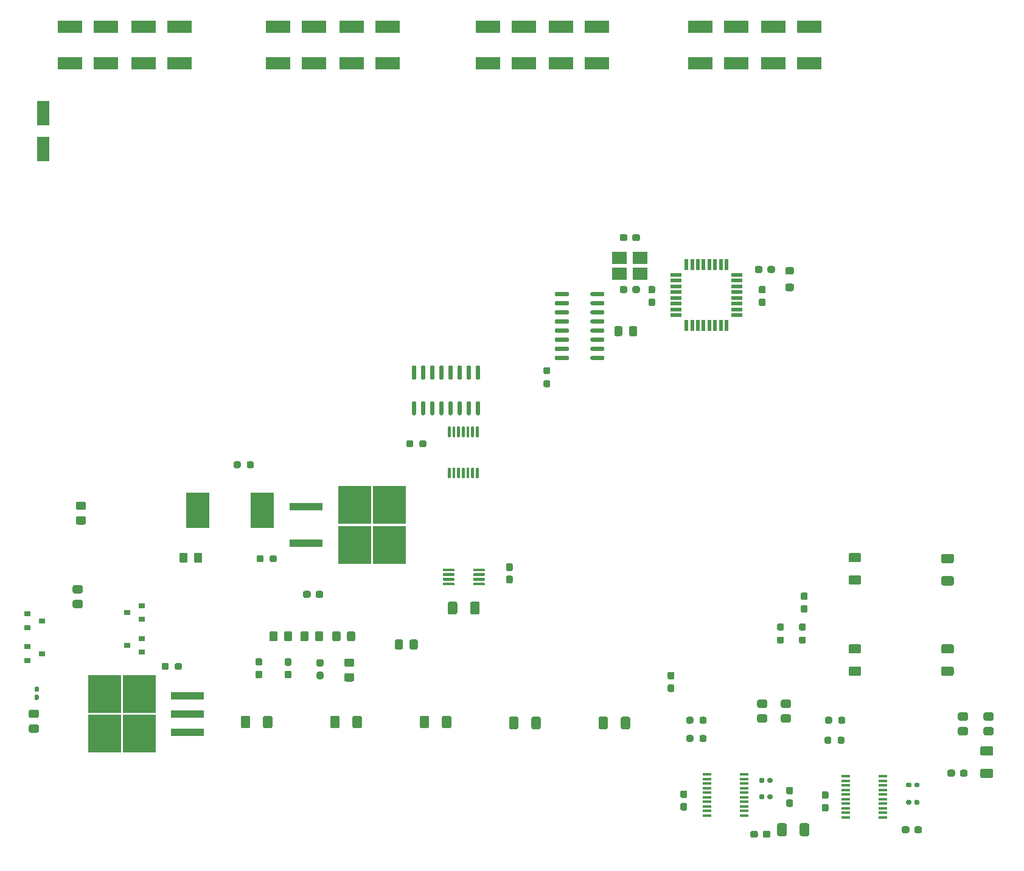
<source format=gbp>
%TF.GenerationSoftware,KiCad,Pcbnew,(5.1.10)-1*%
%TF.CreationDate,2021-11-24T08:50:27+08:00*%
%TF.ProjectId,grbl_board,6772626c-5f62-46f6-9172-642e6b696361,rev?*%
%TF.SameCoordinates,Original*%
%TF.FileFunction,Paste,Bot*%
%TF.FilePolarity,Positive*%
%FSLAX46Y46*%
G04 Gerber Fmt 4.6, Leading zero omitted, Abs format (unit mm)*
G04 Created by KiCad (PCBNEW (5.1.10)-1) date 2021-11-24 08:50:27*
%MOMM*%
%LPD*%
G01*
G04 APERTURE LIST*
%ADD10R,2.100000X1.725000*%
%ADD11R,0.550000X1.600000*%
%ADD12R,1.600000X0.550000*%
%ADD13R,1.200000X0.400000*%
%ADD14R,4.550000X5.250000*%
%ADD15R,4.600000X1.100000*%
%ADD16R,0.900000X0.800000*%
%ADD17R,3.175000X4.950000*%
%ADD18R,3.500000X1.800000*%
%ADD19R,1.800000X3.500000*%
G04 APERTURE END LIST*
%TO.C,R60*%
G36*
G01*
X158808000Y-88005499D02*
X158808000Y-88905501D01*
G75*
G02*
X158558001Y-89155500I-249999J0D01*
G01*
X157907999Y-89155500D01*
G75*
G02*
X157658000Y-88905501I0J249999D01*
G01*
X157658000Y-88005499D01*
G75*
G02*
X157907999Y-87755500I249999J0D01*
G01*
X158558001Y-87755500D01*
G75*
G02*
X158808000Y-88005499I0J-249999D01*
G01*
G37*
G36*
G01*
X160858000Y-88005499D02*
X160858000Y-88905501D01*
G75*
G02*
X160608001Y-89155500I-249999J0D01*
G01*
X159957999Y-89155500D01*
G75*
G02*
X159708000Y-88905501I0J249999D01*
G01*
X159708000Y-88005499D01*
G75*
G02*
X159957999Y-87755500I249999J0D01*
G01*
X160608001Y-87755500D01*
G75*
G02*
X160858000Y-88005499I0J-249999D01*
G01*
G37*
%TD*%
%TO.C,C22*%
G36*
G01*
X142828000Y-122499000D02*
X143303000Y-122499000D01*
G75*
G02*
X143540500Y-122736500I0J-237500D01*
G01*
X143540500Y-123336500D01*
G75*
G02*
X143303000Y-123574000I-237500J0D01*
G01*
X142828000Y-123574000D01*
G75*
G02*
X142590500Y-123336500I0J237500D01*
G01*
X142590500Y-122736500D01*
G75*
G02*
X142828000Y-122499000I237500J0D01*
G01*
G37*
G36*
G01*
X142828000Y-120774000D02*
X143303000Y-120774000D01*
G75*
G02*
X143540500Y-121011500I0J-237500D01*
G01*
X143540500Y-121611500D01*
G75*
G02*
X143303000Y-121849000I-237500J0D01*
G01*
X142828000Y-121849000D01*
G75*
G02*
X142590500Y-121611500I0J237500D01*
G01*
X142590500Y-121011500D01*
G75*
G02*
X142828000Y-120774000I237500J0D01*
G01*
G37*
%TD*%
D10*
%TO.C,Y2*%
X161279500Y-78287500D03*
X158379500Y-78287500D03*
X158379500Y-80462500D03*
X161279500Y-80462500D03*
%TD*%
%TO.C,U29*%
G36*
G01*
X154344500Y-92352000D02*
X154344500Y-92052000D01*
G75*
G02*
X154494500Y-91902000I150000J0D01*
G01*
X156144500Y-91902000D01*
G75*
G02*
X156294500Y-92052000I0J-150000D01*
G01*
X156294500Y-92352000D01*
G75*
G02*
X156144500Y-92502000I-150000J0D01*
G01*
X154494500Y-92502000D01*
G75*
G02*
X154344500Y-92352000I0J150000D01*
G01*
G37*
G36*
G01*
X154344500Y-91082000D02*
X154344500Y-90782000D01*
G75*
G02*
X154494500Y-90632000I150000J0D01*
G01*
X156144500Y-90632000D01*
G75*
G02*
X156294500Y-90782000I0J-150000D01*
G01*
X156294500Y-91082000D01*
G75*
G02*
X156144500Y-91232000I-150000J0D01*
G01*
X154494500Y-91232000D01*
G75*
G02*
X154344500Y-91082000I0J150000D01*
G01*
G37*
G36*
G01*
X154344500Y-89812000D02*
X154344500Y-89512000D01*
G75*
G02*
X154494500Y-89362000I150000J0D01*
G01*
X156144500Y-89362000D01*
G75*
G02*
X156294500Y-89512000I0J-150000D01*
G01*
X156294500Y-89812000D01*
G75*
G02*
X156144500Y-89962000I-150000J0D01*
G01*
X154494500Y-89962000D01*
G75*
G02*
X154344500Y-89812000I0J150000D01*
G01*
G37*
G36*
G01*
X154344500Y-88542000D02*
X154344500Y-88242000D01*
G75*
G02*
X154494500Y-88092000I150000J0D01*
G01*
X156144500Y-88092000D01*
G75*
G02*
X156294500Y-88242000I0J-150000D01*
G01*
X156294500Y-88542000D01*
G75*
G02*
X156144500Y-88692000I-150000J0D01*
G01*
X154494500Y-88692000D01*
G75*
G02*
X154344500Y-88542000I0J150000D01*
G01*
G37*
G36*
G01*
X154344500Y-87272000D02*
X154344500Y-86972000D01*
G75*
G02*
X154494500Y-86822000I150000J0D01*
G01*
X156144500Y-86822000D01*
G75*
G02*
X156294500Y-86972000I0J-150000D01*
G01*
X156294500Y-87272000D01*
G75*
G02*
X156144500Y-87422000I-150000J0D01*
G01*
X154494500Y-87422000D01*
G75*
G02*
X154344500Y-87272000I0J150000D01*
G01*
G37*
G36*
G01*
X154344500Y-86002000D02*
X154344500Y-85702000D01*
G75*
G02*
X154494500Y-85552000I150000J0D01*
G01*
X156144500Y-85552000D01*
G75*
G02*
X156294500Y-85702000I0J-150000D01*
G01*
X156294500Y-86002000D01*
G75*
G02*
X156144500Y-86152000I-150000J0D01*
G01*
X154494500Y-86152000D01*
G75*
G02*
X154344500Y-86002000I0J150000D01*
G01*
G37*
G36*
G01*
X154344500Y-84732000D02*
X154344500Y-84432000D01*
G75*
G02*
X154494500Y-84282000I150000J0D01*
G01*
X156144500Y-84282000D01*
G75*
G02*
X156294500Y-84432000I0J-150000D01*
G01*
X156294500Y-84732000D01*
G75*
G02*
X156144500Y-84882000I-150000J0D01*
G01*
X154494500Y-84882000D01*
G75*
G02*
X154344500Y-84732000I0J150000D01*
G01*
G37*
G36*
G01*
X154344500Y-83462000D02*
X154344500Y-83162000D01*
G75*
G02*
X154494500Y-83012000I150000J0D01*
G01*
X156144500Y-83012000D01*
G75*
G02*
X156294500Y-83162000I0J-150000D01*
G01*
X156294500Y-83462000D01*
G75*
G02*
X156144500Y-83612000I-150000J0D01*
G01*
X154494500Y-83612000D01*
G75*
G02*
X154344500Y-83462000I0J150000D01*
G01*
G37*
G36*
G01*
X149394500Y-83462000D02*
X149394500Y-83162000D01*
G75*
G02*
X149544500Y-83012000I150000J0D01*
G01*
X151194500Y-83012000D01*
G75*
G02*
X151344500Y-83162000I0J-150000D01*
G01*
X151344500Y-83462000D01*
G75*
G02*
X151194500Y-83612000I-150000J0D01*
G01*
X149544500Y-83612000D01*
G75*
G02*
X149394500Y-83462000I0J150000D01*
G01*
G37*
G36*
G01*
X149394500Y-84732000D02*
X149394500Y-84432000D01*
G75*
G02*
X149544500Y-84282000I150000J0D01*
G01*
X151194500Y-84282000D01*
G75*
G02*
X151344500Y-84432000I0J-150000D01*
G01*
X151344500Y-84732000D01*
G75*
G02*
X151194500Y-84882000I-150000J0D01*
G01*
X149544500Y-84882000D01*
G75*
G02*
X149394500Y-84732000I0J150000D01*
G01*
G37*
G36*
G01*
X149394500Y-86002000D02*
X149394500Y-85702000D01*
G75*
G02*
X149544500Y-85552000I150000J0D01*
G01*
X151194500Y-85552000D01*
G75*
G02*
X151344500Y-85702000I0J-150000D01*
G01*
X151344500Y-86002000D01*
G75*
G02*
X151194500Y-86152000I-150000J0D01*
G01*
X149544500Y-86152000D01*
G75*
G02*
X149394500Y-86002000I0J150000D01*
G01*
G37*
G36*
G01*
X149394500Y-87272000D02*
X149394500Y-86972000D01*
G75*
G02*
X149544500Y-86822000I150000J0D01*
G01*
X151194500Y-86822000D01*
G75*
G02*
X151344500Y-86972000I0J-150000D01*
G01*
X151344500Y-87272000D01*
G75*
G02*
X151194500Y-87422000I-150000J0D01*
G01*
X149544500Y-87422000D01*
G75*
G02*
X149394500Y-87272000I0J150000D01*
G01*
G37*
G36*
G01*
X149394500Y-88542000D02*
X149394500Y-88242000D01*
G75*
G02*
X149544500Y-88092000I150000J0D01*
G01*
X151194500Y-88092000D01*
G75*
G02*
X151344500Y-88242000I0J-150000D01*
G01*
X151344500Y-88542000D01*
G75*
G02*
X151194500Y-88692000I-150000J0D01*
G01*
X149544500Y-88692000D01*
G75*
G02*
X149394500Y-88542000I0J150000D01*
G01*
G37*
G36*
G01*
X149394500Y-89812000D02*
X149394500Y-89512000D01*
G75*
G02*
X149544500Y-89362000I150000J0D01*
G01*
X151194500Y-89362000D01*
G75*
G02*
X151344500Y-89512000I0J-150000D01*
G01*
X151344500Y-89812000D01*
G75*
G02*
X151194500Y-89962000I-150000J0D01*
G01*
X149544500Y-89962000D01*
G75*
G02*
X149394500Y-89812000I0J150000D01*
G01*
G37*
G36*
G01*
X149394500Y-91082000D02*
X149394500Y-90782000D01*
G75*
G02*
X149544500Y-90632000I150000J0D01*
G01*
X151194500Y-90632000D01*
G75*
G02*
X151344500Y-90782000I0J-150000D01*
G01*
X151344500Y-91082000D01*
G75*
G02*
X151194500Y-91232000I-150000J0D01*
G01*
X149544500Y-91232000D01*
G75*
G02*
X149394500Y-91082000I0J150000D01*
G01*
G37*
G36*
G01*
X149394500Y-92352000D02*
X149394500Y-92052000D01*
G75*
G02*
X149544500Y-91902000I150000J0D01*
G01*
X151194500Y-91902000D01*
G75*
G02*
X151344500Y-92052000I0J-150000D01*
G01*
X151344500Y-92352000D01*
G75*
G02*
X151194500Y-92502000I-150000J0D01*
G01*
X149544500Y-92502000D01*
G75*
G02*
X149394500Y-92352000I0J150000D01*
G01*
G37*
%TD*%
D11*
%TO.C,U28*%
X167697500Y-87689000D03*
X168497500Y-87689000D03*
X169297500Y-87689000D03*
X170097500Y-87689000D03*
X170897500Y-87689000D03*
X171697500Y-87689000D03*
X172497500Y-87689000D03*
X173297500Y-87689000D03*
D12*
X174747500Y-86239000D03*
X174747500Y-85439000D03*
X174747500Y-84639000D03*
X174747500Y-83839000D03*
X174747500Y-83039000D03*
X174747500Y-82239000D03*
X174747500Y-81439000D03*
X174747500Y-80639000D03*
D11*
X173297500Y-79189000D03*
X172497500Y-79189000D03*
X171697500Y-79189000D03*
X170897500Y-79189000D03*
X170097500Y-79189000D03*
X169297500Y-79189000D03*
X168497500Y-79189000D03*
X167697500Y-79189000D03*
D12*
X166247500Y-80639000D03*
X166247500Y-81439000D03*
X166247500Y-82239000D03*
X166247500Y-83039000D03*
X166247500Y-83839000D03*
X166247500Y-84639000D03*
X166247500Y-85439000D03*
X166247500Y-86239000D03*
%TD*%
%TO.C,U27*%
G36*
G01*
X129644000Y-98210500D02*
X129944000Y-98210500D01*
G75*
G02*
X130094000Y-98360500I0J-150000D01*
G01*
X130094000Y-100010500D01*
G75*
G02*
X129944000Y-100160500I-150000J0D01*
G01*
X129644000Y-100160500D01*
G75*
G02*
X129494000Y-100010500I0J150000D01*
G01*
X129494000Y-98360500D01*
G75*
G02*
X129644000Y-98210500I150000J0D01*
G01*
G37*
G36*
G01*
X130914000Y-98210500D02*
X131214000Y-98210500D01*
G75*
G02*
X131364000Y-98360500I0J-150000D01*
G01*
X131364000Y-100010500D01*
G75*
G02*
X131214000Y-100160500I-150000J0D01*
G01*
X130914000Y-100160500D01*
G75*
G02*
X130764000Y-100010500I0J150000D01*
G01*
X130764000Y-98360500D01*
G75*
G02*
X130914000Y-98210500I150000J0D01*
G01*
G37*
G36*
G01*
X132184000Y-98210500D02*
X132484000Y-98210500D01*
G75*
G02*
X132634000Y-98360500I0J-150000D01*
G01*
X132634000Y-100010500D01*
G75*
G02*
X132484000Y-100160500I-150000J0D01*
G01*
X132184000Y-100160500D01*
G75*
G02*
X132034000Y-100010500I0J150000D01*
G01*
X132034000Y-98360500D01*
G75*
G02*
X132184000Y-98210500I150000J0D01*
G01*
G37*
G36*
G01*
X133454000Y-98210500D02*
X133754000Y-98210500D01*
G75*
G02*
X133904000Y-98360500I0J-150000D01*
G01*
X133904000Y-100010500D01*
G75*
G02*
X133754000Y-100160500I-150000J0D01*
G01*
X133454000Y-100160500D01*
G75*
G02*
X133304000Y-100010500I0J150000D01*
G01*
X133304000Y-98360500D01*
G75*
G02*
X133454000Y-98210500I150000J0D01*
G01*
G37*
G36*
G01*
X134724000Y-98210500D02*
X135024000Y-98210500D01*
G75*
G02*
X135174000Y-98360500I0J-150000D01*
G01*
X135174000Y-100010500D01*
G75*
G02*
X135024000Y-100160500I-150000J0D01*
G01*
X134724000Y-100160500D01*
G75*
G02*
X134574000Y-100010500I0J150000D01*
G01*
X134574000Y-98360500D01*
G75*
G02*
X134724000Y-98210500I150000J0D01*
G01*
G37*
G36*
G01*
X135994000Y-98210500D02*
X136294000Y-98210500D01*
G75*
G02*
X136444000Y-98360500I0J-150000D01*
G01*
X136444000Y-100010500D01*
G75*
G02*
X136294000Y-100160500I-150000J0D01*
G01*
X135994000Y-100160500D01*
G75*
G02*
X135844000Y-100010500I0J150000D01*
G01*
X135844000Y-98360500D01*
G75*
G02*
X135994000Y-98210500I150000J0D01*
G01*
G37*
G36*
G01*
X137264000Y-98210500D02*
X137564000Y-98210500D01*
G75*
G02*
X137714000Y-98360500I0J-150000D01*
G01*
X137714000Y-100010500D01*
G75*
G02*
X137564000Y-100160500I-150000J0D01*
G01*
X137264000Y-100160500D01*
G75*
G02*
X137114000Y-100010500I0J150000D01*
G01*
X137114000Y-98360500D01*
G75*
G02*
X137264000Y-98210500I150000J0D01*
G01*
G37*
G36*
G01*
X138534000Y-98210500D02*
X138834000Y-98210500D01*
G75*
G02*
X138984000Y-98360500I0J-150000D01*
G01*
X138984000Y-100010500D01*
G75*
G02*
X138834000Y-100160500I-150000J0D01*
G01*
X138534000Y-100160500D01*
G75*
G02*
X138384000Y-100010500I0J150000D01*
G01*
X138384000Y-98360500D01*
G75*
G02*
X138534000Y-98210500I150000J0D01*
G01*
G37*
G36*
G01*
X138534000Y-93260500D02*
X138834000Y-93260500D01*
G75*
G02*
X138984000Y-93410500I0J-150000D01*
G01*
X138984000Y-95060500D01*
G75*
G02*
X138834000Y-95210500I-150000J0D01*
G01*
X138534000Y-95210500D01*
G75*
G02*
X138384000Y-95060500I0J150000D01*
G01*
X138384000Y-93410500D01*
G75*
G02*
X138534000Y-93260500I150000J0D01*
G01*
G37*
G36*
G01*
X137264000Y-93260500D02*
X137564000Y-93260500D01*
G75*
G02*
X137714000Y-93410500I0J-150000D01*
G01*
X137714000Y-95060500D01*
G75*
G02*
X137564000Y-95210500I-150000J0D01*
G01*
X137264000Y-95210500D01*
G75*
G02*
X137114000Y-95060500I0J150000D01*
G01*
X137114000Y-93410500D01*
G75*
G02*
X137264000Y-93260500I150000J0D01*
G01*
G37*
G36*
G01*
X135994000Y-93260500D02*
X136294000Y-93260500D01*
G75*
G02*
X136444000Y-93410500I0J-150000D01*
G01*
X136444000Y-95060500D01*
G75*
G02*
X136294000Y-95210500I-150000J0D01*
G01*
X135994000Y-95210500D01*
G75*
G02*
X135844000Y-95060500I0J150000D01*
G01*
X135844000Y-93410500D01*
G75*
G02*
X135994000Y-93260500I150000J0D01*
G01*
G37*
G36*
G01*
X134724000Y-93260500D02*
X135024000Y-93260500D01*
G75*
G02*
X135174000Y-93410500I0J-150000D01*
G01*
X135174000Y-95060500D01*
G75*
G02*
X135024000Y-95210500I-150000J0D01*
G01*
X134724000Y-95210500D01*
G75*
G02*
X134574000Y-95060500I0J150000D01*
G01*
X134574000Y-93410500D01*
G75*
G02*
X134724000Y-93260500I150000J0D01*
G01*
G37*
G36*
G01*
X133454000Y-93260500D02*
X133754000Y-93260500D01*
G75*
G02*
X133904000Y-93410500I0J-150000D01*
G01*
X133904000Y-95060500D01*
G75*
G02*
X133754000Y-95210500I-150000J0D01*
G01*
X133454000Y-95210500D01*
G75*
G02*
X133304000Y-95060500I0J150000D01*
G01*
X133304000Y-93410500D01*
G75*
G02*
X133454000Y-93260500I150000J0D01*
G01*
G37*
G36*
G01*
X132184000Y-93260500D02*
X132484000Y-93260500D01*
G75*
G02*
X132634000Y-93410500I0J-150000D01*
G01*
X132634000Y-95060500D01*
G75*
G02*
X132484000Y-95210500I-150000J0D01*
G01*
X132184000Y-95210500D01*
G75*
G02*
X132034000Y-95060500I0J150000D01*
G01*
X132034000Y-93410500D01*
G75*
G02*
X132184000Y-93260500I150000J0D01*
G01*
G37*
G36*
G01*
X130914000Y-93260500D02*
X131214000Y-93260500D01*
G75*
G02*
X131364000Y-93410500I0J-150000D01*
G01*
X131364000Y-95060500D01*
G75*
G02*
X131214000Y-95210500I-150000J0D01*
G01*
X130914000Y-95210500D01*
G75*
G02*
X130764000Y-95060500I0J150000D01*
G01*
X130764000Y-93410500D01*
G75*
G02*
X130914000Y-93260500I150000J0D01*
G01*
G37*
G36*
G01*
X129644000Y-93260500D02*
X129944000Y-93260500D01*
G75*
G02*
X130094000Y-93410500I0J-150000D01*
G01*
X130094000Y-95060500D01*
G75*
G02*
X129944000Y-95210500I-150000J0D01*
G01*
X129644000Y-95210500D01*
G75*
G02*
X129494000Y-95060500I0J150000D01*
G01*
X129494000Y-93410500D01*
G75*
G02*
X129644000Y-93260500I150000J0D01*
G01*
G37*
%TD*%
%TO.C,U26*%
G36*
G01*
X134602000Y-107471500D02*
X134802000Y-107471500D01*
G75*
G02*
X134902000Y-107571500I0J-100000D01*
G01*
X134902000Y-108846500D01*
G75*
G02*
X134802000Y-108946500I-100000J0D01*
G01*
X134602000Y-108946500D01*
G75*
G02*
X134502000Y-108846500I0J100000D01*
G01*
X134502000Y-107571500D01*
G75*
G02*
X134602000Y-107471500I100000J0D01*
G01*
G37*
G36*
G01*
X135252000Y-107471500D02*
X135452000Y-107471500D01*
G75*
G02*
X135552000Y-107571500I0J-100000D01*
G01*
X135552000Y-108846500D01*
G75*
G02*
X135452000Y-108946500I-100000J0D01*
G01*
X135252000Y-108946500D01*
G75*
G02*
X135152000Y-108846500I0J100000D01*
G01*
X135152000Y-107571500D01*
G75*
G02*
X135252000Y-107471500I100000J0D01*
G01*
G37*
G36*
G01*
X135902000Y-107471500D02*
X136102000Y-107471500D01*
G75*
G02*
X136202000Y-107571500I0J-100000D01*
G01*
X136202000Y-108846500D01*
G75*
G02*
X136102000Y-108946500I-100000J0D01*
G01*
X135902000Y-108946500D01*
G75*
G02*
X135802000Y-108846500I0J100000D01*
G01*
X135802000Y-107571500D01*
G75*
G02*
X135902000Y-107471500I100000J0D01*
G01*
G37*
G36*
G01*
X136552000Y-107471500D02*
X136752000Y-107471500D01*
G75*
G02*
X136852000Y-107571500I0J-100000D01*
G01*
X136852000Y-108846500D01*
G75*
G02*
X136752000Y-108946500I-100000J0D01*
G01*
X136552000Y-108946500D01*
G75*
G02*
X136452000Y-108846500I0J100000D01*
G01*
X136452000Y-107571500D01*
G75*
G02*
X136552000Y-107471500I100000J0D01*
G01*
G37*
G36*
G01*
X137202000Y-107471500D02*
X137402000Y-107471500D01*
G75*
G02*
X137502000Y-107571500I0J-100000D01*
G01*
X137502000Y-108846500D01*
G75*
G02*
X137402000Y-108946500I-100000J0D01*
G01*
X137202000Y-108946500D01*
G75*
G02*
X137102000Y-108846500I0J100000D01*
G01*
X137102000Y-107571500D01*
G75*
G02*
X137202000Y-107471500I100000J0D01*
G01*
G37*
G36*
G01*
X137852000Y-107471500D02*
X138052000Y-107471500D01*
G75*
G02*
X138152000Y-107571500I0J-100000D01*
G01*
X138152000Y-108846500D01*
G75*
G02*
X138052000Y-108946500I-100000J0D01*
G01*
X137852000Y-108946500D01*
G75*
G02*
X137752000Y-108846500I0J100000D01*
G01*
X137752000Y-107571500D01*
G75*
G02*
X137852000Y-107471500I100000J0D01*
G01*
G37*
G36*
G01*
X138502000Y-107471500D02*
X138702000Y-107471500D01*
G75*
G02*
X138802000Y-107571500I0J-100000D01*
G01*
X138802000Y-108846500D01*
G75*
G02*
X138702000Y-108946500I-100000J0D01*
G01*
X138502000Y-108946500D01*
G75*
G02*
X138402000Y-108846500I0J100000D01*
G01*
X138402000Y-107571500D01*
G75*
G02*
X138502000Y-107471500I100000J0D01*
G01*
G37*
G36*
G01*
X138502000Y-101746500D02*
X138702000Y-101746500D01*
G75*
G02*
X138802000Y-101846500I0J-100000D01*
G01*
X138802000Y-103121500D01*
G75*
G02*
X138702000Y-103221500I-100000J0D01*
G01*
X138502000Y-103221500D01*
G75*
G02*
X138402000Y-103121500I0J100000D01*
G01*
X138402000Y-101846500D01*
G75*
G02*
X138502000Y-101746500I100000J0D01*
G01*
G37*
G36*
G01*
X137852000Y-101746500D02*
X138052000Y-101746500D01*
G75*
G02*
X138152000Y-101846500I0J-100000D01*
G01*
X138152000Y-103121500D01*
G75*
G02*
X138052000Y-103221500I-100000J0D01*
G01*
X137852000Y-103221500D01*
G75*
G02*
X137752000Y-103121500I0J100000D01*
G01*
X137752000Y-101846500D01*
G75*
G02*
X137852000Y-101746500I100000J0D01*
G01*
G37*
G36*
G01*
X137202000Y-101746500D02*
X137402000Y-101746500D01*
G75*
G02*
X137502000Y-101846500I0J-100000D01*
G01*
X137502000Y-103121500D01*
G75*
G02*
X137402000Y-103221500I-100000J0D01*
G01*
X137202000Y-103221500D01*
G75*
G02*
X137102000Y-103121500I0J100000D01*
G01*
X137102000Y-101846500D01*
G75*
G02*
X137202000Y-101746500I100000J0D01*
G01*
G37*
G36*
G01*
X136552000Y-101746500D02*
X136752000Y-101746500D01*
G75*
G02*
X136852000Y-101846500I0J-100000D01*
G01*
X136852000Y-103121500D01*
G75*
G02*
X136752000Y-103221500I-100000J0D01*
G01*
X136552000Y-103221500D01*
G75*
G02*
X136452000Y-103121500I0J100000D01*
G01*
X136452000Y-101846500D01*
G75*
G02*
X136552000Y-101746500I100000J0D01*
G01*
G37*
G36*
G01*
X135902000Y-101746500D02*
X136102000Y-101746500D01*
G75*
G02*
X136202000Y-101846500I0J-100000D01*
G01*
X136202000Y-103121500D01*
G75*
G02*
X136102000Y-103221500I-100000J0D01*
G01*
X135902000Y-103221500D01*
G75*
G02*
X135802000Y-103121500I0J100000D01*
G01*
X135802000Y-101846500D01*
G75*
G02*
X135902000Y-101746500I100000J0D01*
G01*
G37*
G36*
G01*
X135252000Y-101746500D02*
X135452000Y-101746500D01*
G75*
G02*
X135552000Y-101846500I0J-100000D01*
G01*
X135552000Y-103121500D01*
G75*
G02*
X135452000Y-103221500I-100000J0D01*
G01*
X135252000Y-103221500D01*
G75*
G02*
X135152000Y-103121500I0J100000D01*
G01*
X135152000Y-101846500D01*
G75*
G02*
X135252000Y-101746500I100000J0D01*
G01*
G37*
G36*
G01*
X134602000Y-101746500D02*
X134802000Y-101746500D01*
G75*
G02*
X134902000Y-101846500I0J-100000D01*
G01*
X134902000Y-103121500D01*
G75*
G02*
X134802000Y-103221500I-100000J0D01*
G01*
X134602000Y-103221500D01*
G75*
G02*
X134502000Y-103121500I0J100000D01*
G01*
X134502000Y-101846500D01*
G75*
G02*
X134602000Y-101746500I100000J0D01*
G01*
G37*
%TD*%
D13*
%TO.C,U25*%
X195068500Y-156146500D03*
X195068500Y-155511500D03*
X195068500Y-154876500D03*
X195068500Y-154241500D03*
X195068500Y-153606500D03*
X195068500Y-152971500D03*
X195068500Y-152336500D03*
X195068500Y-151701500D03*
X195068500Y-151066500D03*
X195068500Y-150431500D03*
X189868500Y-150431500D03*
X189868500Y-151066500D03*
X189868500Y-151701500D03*
X189868500Y-152336500D03*
X189868500Y-152971500D03*
X189868500Y-153606500D03*
X189868500Y-154241500D03*
X189868500Y-154876500D03*
X189868500Y-155511500D03*
X189868500Y-156146500D03*
%TD*%
D14*
%TO.C,U24*%
X121536500Y-112668000D03*
X126386500Y-118218000D03*
X121536500Y-118218000D03*
X126386500Y-112668000D03*
D15*
X114811500Y-112903000D03*
X114811500Y-117983000D03*
%TD*%
%TO.C,U3*%
G36*
G01*
X135415500Y-121607000D02*
X135415500Y-121807000D01*
G75*
G02*
X135315500Y-121907000I-100000J0D01*
G01*
X133890500Y-121907000D01*
G75*
G02*
X133790500Y-121807000I0J100000D01*
G01*
X133790500Y-121607000D01*
G75*
G02*
X133890500Y-121507000I100000J0D01*
G01*
X135315500Y-121507000D01*
G75*
G02*
X135415500Y-121607000I0J-100000D01*
G01*
G37*
G36*
G01*
X135415500Y-122257000D02*
X135415500Y-122457000D01*
G75*
G02*
X135315500Y-122557000I-100000J0D01*
G01*
X133890500Y-122557000D01*
G75*
G02*
X133790500Y-122457000I0J100000D01*
G01*
X133790500Y-122257000D01*
G75*
G02*
X133890500Y-122157000I100000J0D01*
G01*
X135315500Y-122157000D01*
G75*
G02*
X135415500Y-122257000I0J-100000D01*
G01*
G37*
G36*
G01*
X135415500Y-122907000D02*
X135415500Y-123107000D01*
G75*
G02*
X135315500Y-123207000I-100000J0D01*
G01*
X133890500Y-123207000D01*
G75*
G02*
X133790500Y-123107000I0J100000D01*
G01*
X133790500Y-122907000D01*
G75*
G02*
X133890500Y-122807000I100000J0D01*
G01*
X135315500Y-122807000D01*
G75*
G02*
X135415500Y-122907000I0J-100000D01*
G01*
G37*
G36*
G01*
X135415500Y-123557000D02*
X135415500Y-123757000D01*
G75*
G02*
X135315500Y-123857000I-100000J0D01*
G01*
X133890500Y-123857000D01*
G75*
G02*
X133790500Y-123757000I0J100000D01*
G01*
X133790500Y-123557000D01*
G75*
G02*
X133890500Y-123457000I100000J0D01*
G01*
X135315500Y-123457000D01*
G75*
G02*
X135415500Y-123557000I0J-100000D01*
G01*
G37*
G36*
G01*
X139640500Y-123557000D02*
X139640500Y-123757000D01*
G75*
G02*
X139540500Y-123857000I-100000J0D01*
G01*
X138115500Y-123857000D01*
G75*
G02*
X138015500Y-123757000I0J100000D01*
G01*
X138015500Y-123557000D01*
G75*
G02*
X138115500Y-123457000I100000J0D01*
G01*
X139540500Y-123457000D01*
G75*
G02*
X139640500Y-123557000I0J-100000D01*
G01*
G37*
G36*
G01*
X139640500Y-122907000D02*
X139640500Y-123107000D01*
G75*
G02*
X139540500Y-123207000I-100000J0D01*
G01*
X138115500Y-123207000D01*
G75*
G02*
X138015500Y-123107000I0J100000D01*
G01*
X138015500Y-122907000D01*
G75*
G02*
X138115500Y-122807000I100000J0D01*
G01*
X139540500Y-122807000D01*
G75*
G02*
X139640500Y-122907000I0J-100000D01*
G01*
G37*
G36*
G01*
X139640500Y-122257000D02*
X139640500Y-122457000D01*
G75*
G02*
X139540500Y-122557000I-100000J0D01*
G01*
X138115500Y-122557000D01*
G75*
G02*
X138015500Y-122457000I0J100000D01*
G01*
X138015500Y-122257000D01*
G75*
G02*
X138115500Y-122157000I100000J0D01*
G01*
X139540500Y-122157000D01*
G75*
G02*
X139640500Y-122257000I0J-100000D01*
G01*
G37*
G36*
G01*
X139640500Y-121607000D02*
X139640500Y-121807000D01*
G75*
G02*
X139540500Y-121907000I-100000J0D01*
G01*
X138115500Y-121907000D01*
G75*
G02*
X138015500Y-121807000I0J100000D01*
G01*
X138015500Y-121607000D01*
G75*
G02*
X138115500Y-121507000I100000J0D01*
G01*
X139540500Y-121507000D01*
G75*
G02*
X139640500Y-121607000I0J-100000D01*
G01*
G37*
%TD*%
D13*
%TO.C,U1*%
X175764500Y-155892500D03*
X175764500Y-155257500D03*
X175764500Y-154622500D03*
X175764500Y-153987500D03*
X175764500Y-153352500D03*
X175764500Y-152717500D03*
X175764500Y-152082500D03*
X175764500Y-151447500D03*
X175764500Y-150812500D03*
X175764500Y-150177500D03*
X170564500Y-150177500D03*
X170564500Y-150812500D03*
X170564500Y-151447500D03*
X170564500Y-152082500D03*
X170564500Y-152717500D03*
X170564500Y-153352500D03*
X170564500Y-153987500D03*
X170564500Y-154622500D03*
X170564500Y-155257500D03*
X170564500Y-155892500D03*
%TD*%
%TO.C,R63*%
G36*
G01*
X148510000Y-94444000D02*
X148035000Y-94444000D01*
G75*
G02*
X147797500Y-94206500I0J237500D01*
G01*
X147797500Y-93706500D01*
G75*
G02*
X148035000Y-93469000I237500J0D01*
G01*
X148510000Y-93469000D01*
G75*
G02*
X148747500Y-93706500I0J-237500D01*
G01*
X148747500Y-94206500D01*
G75*
G02*
X148510000Y-94444000I-237500J0D01*
G01*
G37*
G36*
G01*
X148510000Y-96269000D02*
X148035000Y-96269000D01*
G75*
G02*
X147797500Y-96031500I0J237500D01*
G01*
X147797500Y-95531500D01*
G75*
G02*
X148035000Y-95294000I237500J0D01*
G01*
X148510000Y-95294000D01*
G75*
G02*
X148747500Y-95531500I0J-237500D01*
G01*
X148747500Y-96031500D01*
G75*
G02*
X148510000Y-96269000I-237500J0D01*
G01*
G37*
%TD*%
%TO.C,R58*%
G36*
G01*
X129686500Y-103902500D02*
X129686500Y-104377500D01*
G75*
G02*
X129449000Y-104615000I-237500J0D01*
G01*
X128949000Y-104615000D01*
G75*
G02*
X128711500Y-104377500I0J237500D01*
G01*
X128711500Y-103902500D01*
G75*
G02*
X128949000Y-103665000I237500J0D01*
G01*
X129449000Y-103665000D01*
G75*
G02*
X129686500Y-103902500I0J-237500D01*
G01*
G37*
G36*
G01*
X131511500Y-103902500D02*
X131511500Y-104377500D01*
G75*
G02*
X131274000Y-104615000I-237500J0D01*
G01*
X130774000Y-104615000D01*
G75*
G02*
X130536500Y-104377500I0J237500D01*
G01*
X130536500Y-103902500D01*
G75*
G02*
X130774000Y-103665000I237500J0D01*
G01*
X131274000Y-103665000D01*
G75*
G02*
X131511500Y-103902500I0J-237500D01*
G01*
G37*
%TD*%
%TO.C,R57*%
G36*
G01*
X209290499Y-143579000D02*
X210190501Y-143579000D01*
G75*
G02*
X210440500Y-143828999I0J-249999D01*
G01*
X210440500Y-144479001D01*
G75*
G02*
X210190501Y-144729000I-249999J0D01*
G01*
X209290499Y-144729000D01*
G75*
G02*
X209040500Y-144479001I0J249999D01*
G01*
X209040500Y-143828999D01*
G75*
G02*
X209290499Y-143579000I249999J0D01*
G01*
G37*
G36*
G01*
X209290499Y-141529000D02*
X210190501Y-141529000D01*
G75*
G02*
X210440500Y-141778999I0J-249999D01*
G01*
X210440500Y-142429001D01*
G75*
G02*
X210190501Y-142679000I-249999J0D01*
G01*
X209290499Y-142679000D01*
G75*
G02*
X209040500Y-142429001I0J249999D01*
G01*
X209040500Y-141778999D01*
G75*
G02*
X209290499Y-141529000I249999J0D01*
G01*
G37*
%TD*%
%TO.C,R56*%
G36*
G01*
X183595000Y-130981000D02*
X184070000Y-130981000D01*
G75*
G02*
X184307500Y-131218500I0J-237500D01*
G01*
X184307500Y-131718500D01*
G75*
G02*
X184070000Y-131956000I-237500J0D01*
G01*
X183595000Y-131956000D01*
G75*
G02*
X183357500Y-131718500I0J237500D01*
G01*
X183357500Y-131218500D01*
G75*
G02*
X183595000Y-130981000I237500J0D01*
G01*
G37*
G36*
G01*
X183595000Y-129156000D02*
X184070000Y-129156000D01*
G75*
G02*
X184307500Y-129393500I0J-237500D01*
G01*
X184307500Y-129893500D01*
G75*
G02*
X184070000Y-130131000I-237500J0D01*
G01*
X183595000Y-130131000D01*
G75*
G02*
X183357500Y-129893500I0J237500D01*
G01*
X183357500Y-129393500D01*
G75*
G02*
X183595000Y-129156000I237500J0D01*
G01*
G37*
%TD*%
%TO.C,R55*%
G36*
G01*
X180547000Y-130981000D02*
X181022000Y-130981000D01*
G75*
G02*
X181259500Y-131218500I0J-237500D01*
G01*
X181259500Y-131718500D01*
G75*
G02*
X181022000Y-131956000I-237500J0D01*
G01*
X180547000Y-131956000D01*
G75*
G02*
X180309500Y-131718500I0J237500D01*
G01*
X180309500Y-131218500D01*
G75*
G02*
X180547000Y-130981000I237500J0D01*
G01*
G37*
G36*
G01*
X180547000Y-129156000D02*
X181022000Y-129156000D01*
G75*
G02*
X181259500Y-129393500I0J-237500D01*
G01*
X181259500Y-129893500D01*
G75*
G02*
X181022000Y-130131000I-237500J0D01*
G01*
X180547000Y-130131000D01*
G75*
G02*
X180309500Y-129893500I0J237500D01*
G01*
X180309500Y-129393500D01*
G75*
G02*
X180547000Y-129156000I237500J0D01*
G01*
G37*
%TD*%
%TO.C,R54*%
G36*
G01*
X205734499Y-143579000D02*
X206634501Y-143579000D01*
G75*
G02*
X206884500Y-143828999I0J-249999D01*
G01*
X206884500Y-144479001D01*
G75*
G02*
X206634501Y-144729000I-249999J0D01*
G01*
X205734499Y-144729000D01*
G75*
G02*
X205484500Y-144479001I0J249999D01*
G01*
X205484500Y-143828999D01*
G75*
G02*
X205734499Y-143579000I249999J0D01*
G01*
G37*
G36*
G01*
X205734499Y-141529000D02*
X206634501Y-141529000D01*
G75*
G02*
X206884500Y-141778999I0J-249999D01*
G01*
X206884500Y-142429001D01*
G75*
G02*
X206634501Y-142679000I-249999J0D01*
G01*
X205734499Y-142679000D01*
G75*
G02*
X205484500Y-142429001I0J249999D01*
G01*
X205484500Y-141778999D01*
G75*
G02*
X205734499Y-141529000I249999J0D01*
G01*
G37*
%TD*%
%TO.C,R52*%
G36*
G01*
X187979500Y-142383500D02*
X187979500Y-142858500D01*
G75*
G02*
X187742000Y-143096000I-237500J0D01*
G01*
X187242000Y-143096000D01*
G75*
G02*
X187004500Y-142858500I0J237500D01*
G01*
X187004500Y-142383500D01*
G75*
G02*
X187242000Y-142146000I237500J0D01*
G01*
X187742000Y-142146000D01*
G75*
G02*
X187979500Y-142383500I0J-237500D01*
G01*
G37*
G36*
G01*
X189804500Y-142383500D02*
X189804500Y-142858500D01*
G75*
G02*
X189567000Y-143096000I-237500J0D01*
G01*
X189067000Y-143096000D01*
G75*
G02*
X188829500Y-142858500I0J237500D01*
G01*
X188829500Y-142383500D01*
G75*
G02*
X189067000Y-142146000I237500J0D01*
G01*
X189567000Y-142146000D01*
G75*
G02*
X189804500Y-142383500I0J-237500D01*
G01*
G37*
%TD*%
%TO.C,R51*%
G36*
G01*
X187876000Y-145177500D02*
X187876000Y-145652500D01*
G75*
G02*
X187638500Y-145890000I-237500J0D01*
G01*
X187138500Y-145890000D01*
G75*
G02*
X186901000Y-145652500I0J237500D01*
G01*
X186901000Y-145177500D01*
G75*
G02*
X187138500Y-144940000I237500J0D01*
G01*
X187638500Y-144940000D01*
G75*
G02*
X187876000Y-145177500I0J-237500D01*
G01*
G37*
G36*
G01*
X189701000Y-145177500D02*
X189701000Y-145652500D01*
G75*
G02*
X189463500Y-145890000I-237500J0D01*
G01*
X188963500Y-145890000D01*
G75*
G02*
X188726000Y-145652500I0J237500D01*
G01*
X188726000Y-145177500D01*
G75*
G02*
X188963500Y-144940000I237500J0D01*
G01*
X189463500Y-144940000D01*
G75*
G02*
X189701000Y-145177500I0J-237500D01*
G01*
G37*
%TD*%
%TO.C,R49*%
G36*
G01*
X77348501Y-142298000D02*
X76448499Y-142298000D01*
G75*
G02*
X76198500Y-142048001I0J249999D01*
G01*
X76198500Y-141397999D01*
G75*
G02*
X76448499Y-141148000I249999J0D01*
G01*
X77348501Y-141148000D01*
G75*
G02*
X77598500Y-141397999I0J-249999D01*
G01*
X77598500Y-142048001D01*
G75*
G02*
X77348501Y-142298000I-249999J0D01*
G01*
G37*
G36*
G01*
X77348501Y-144348000D02*
X76448499Y-144348000D01*
G75*
G02*
X76198500Y-144098001I0J249999D01*
G01*
X76198500Y-143447999D01*
G75*
G02*
X76448499Y-143198000I249999J0D01*
G01*
X77348501Y-143198000D01*
G75*
G02*
X77598500Y-143447999I0J-249999D01*
G01*
X77598500Y-144098001D01*
G75*
G02*
X77348501Y-144348000I-249999J0D01*
G01*
G37*
%TD*%
%TO.C,R48*%
G36*
G01*
X95650500Y-134890500D02*
X95650500Y-135365500D01*
G75*
G02*
X95413000Y-135603000I-237500J0D01*
G01*
X94913000Y-135603000D01*
G75*
G02*
X94675500Y-135365500I0J237500D01*
G01*
X94675500Y-134890500D01*
G75*
G02*
X94913000Y-134653000I237500J0D01*
G01*
X95413000Y-134653000D01*
G75*
G02*
X95650500Y-134890500I0J-237500D01*
G01*
G37*
G36*
G01*
X97475500Y-134890500D02*
X97475500Y-135365500D01*
G75*
G02*
X97238000Y-135603000I-237500J0D01*
G01*
X96738000Y-135603000D01*
G75*
G02*
X96500500Y-135365500I0J237500D01*
G01*
X96500500Y-134890500D01*
G75*
G02*
X96738000Y-134653000I237500J0D01*
G01*
X97238000Y-134653000D01*
G75*
G02*
X97475500Y-134890500I0J-237500D01*
G01*
G37*
%TD*%
%TO.C,R39*%
G36*
G01*
X111702000Y-131387001D02*
X111702000Y-130486999D01*
G75*
G02*
X111951999Y-130237000I249999J0D01*
G01*
X112602001Y-130237000D01*
G75*
G02*
X112852000Y-130486999I0J-249999D01*
G01*
X112852000Y-131387001D01*
G75*
G02*
X112602001Y-131637000I-249999J0D01*
G01*
X111951999Y-131637000D01*
G75*
G02*
X111702000Y-131387001I0J249999D01*
G01*
G37*
G36*
G01*
X109652000Y-131387001D02*
X109652000Y-130486999D01*
G75*
G02*
X109901999Y-130237000I249999J0D01*
G01*
X110552001Y-130237000D01*
G75*
G02*
X110802000Y-130486999I0J-249999D01*
G01*
X110802000Y-131387001D01*
G75*
G02*
X110552001Y-131637000I-249999J0D01*
G01*
X109901999Y-131637000D01*
G75*
G02*
X109652000Y-131387001I0J249999D01*
G01*
G37*
%TD*%
%TO.C,R38*%
G36*
G01*
X109708500Y-120379500D02*
X109708500Y-119904500D01*
G75*
G02*
X109946000Y-119667000I237500J0D01*
G01*
X110446000Y-119667000D01*
G75*
G02*
X110683500Y-119904500I0J-237500D01*
G01*
X110683500Y-120379500D01*
G75*
G02*
X110446000Y-120617000I-237500J0D01*
G01*
X109946000Y-120617000D01*
G75*
G02*
X109708500Y-120379500I0J237500D01*
G01*
G37*
G36*
G01*
X107883500Y-120379500D02*
X107883500Y-119904500D01*
G75*
G02*
X108121000Y-119667000I237500J0D01*
G01*
X108621000Y-119667000D01*
G75*
G02*
X108858500Y-119904500I0J-237500D01*
G01*
X108858500Y-120379500D01*
G75*
G02*
X108621000Y-120617000I-237500J0D01*
G01*
X108121000Y-120617000D01*
G75*
G02*
X107883500Y-120379500I0J237500D01*
G01*
G37*
%TD*%
%TO.C,R37*%
G36*
G01*
X105683500Y-106823500D02*
X105683500Y-107298500D01*
G75*
G02*
X105446000Y-107536000I-237500J0D01*
G01*
X104946000Y-107536000D01*
G75*
G02*
X104708500Y-107298500I0J237500D01*
G01*
X104708500Y-106823500D01*
G75*
G02*
X104946000Y-106586000I237500J0D01*
G01*
X105446000Y-106586000D01*
G75*
G02*
X105683500Y-106823500I0J-237500D01*
G01*
G37*
G36*
G01*
X107508500Y-106823500D02*
X107508500Y-107298500D01*
G75*
G02*
X107271000Y-107536000I-237500J0D01*
G01*
X106771000Y-107536000D01*
G75*
G02*
X106533500Y-107298500I0J237500D01*
G01*
X106533500Y-106823500D01*
G75*
G02*
X106771000Y-106586000I237500J0D01*
G01*
X107271000Y-106586000D01*
G75*
G02*
X107508500Y-106823500I0J-237500D01*
G01*
G37*
%TD*%
%TO.C,R36*%
G36*
G01*
X116020000Y-131387001D02*
X116020000Y-130486999D01*
G75*
G02*
X116269999Y-130237000I249999J0D01*
G01*
X116920001Y-130237000D01*
G75*
G02*
X117170000Y-130486999I0J-249999D01*
G01*
X117170000Y-131387001D01*
G75*
G02*
X116920001Y-131637000I-249999J0D01*
G01*
X116269999Y-131637000D01*
G75*
G02*
X116020000Y-131387001I0J249999D01*
G01*
G37*
G36*
G01*
X113970000Y-131387001D02*
X113970000Y-130486999D01*
G75*
G02*
X114219999Y-130237000I249999J0D01*
G01*
X114870001Y-130237000D01*
G75*
G02*
X115120000Y-130486999I0J-249999D01*
G01*
X115120000Y-131387001D01*
G75*
G02*
X114870001Y-131637000I-249999J0D01*
G01*
X114219999Y-131637000D01*
G75*
G02*
X113970000Y-131387001I0J249999D01*
G01*
G37*
%TD*%
%TO.C,R34*%
G36*
G01*
X120465000Y-131387001D02*
X120465000Y-130486999D01*
G75*
G02*
X120714999Y-130237000I249999J0D01*
G01*
X121365001Y-130237000D01*
G75*
G02*
X121615000Y-130486999I0J-249999D01*
G01*
X121615000Y-131387001D01*
G75*
G02*
X121365001Y-131637000I-249999J0D01*
G01*
X120714999Y-131637000D01*
G75*
G02*
X120465000Y-131387001I0J249999D01*
G01*
G37*
G36*
G01*
X118415000Y-131387001D02*
X118415000Y-130486999D01*
G75*
G02*
X118664999Y-130237000I249999J0D01*
G01*
X119315001Y-130237000D01*
G75*
G02*
X119565000Y-130486999I0J-249999D01*
G01*
X119565000Y-131387001D01*
G75*
G02*
X119315001Y-131637000I-249999J0D01*
G01*
X118664999Y-131637000D01*
G75*
G02*
X118415000Y-131387001I0J249999D01*
G01*
G37*
%TD*%
%TO.C,R32*%
G36*
G01*
X83444501Y-124962500D02*
X82544499Y-124962500D01*
G75*
G02*
X82294500Y-124712501I0J249999D01*
G01*
X82294500Y-124062499D01*
G75*
G02*
X82544499Y-123812500I249999J0D01*
G01*
X83444501Y-123812500D01*
G75*
G02*
X83694500Y-124062499I0J-249999D01*
G01*
X83694500Y-124712501D01*
G75*
G02*
X83444501Y-124962500I-249999J0D01*
G01*
G37*
G36*
G01*
X83444501Y-127012500D02*
X82544499Y-127012500D01*
G75*
G02*
X82294500Y-126762501I0J249999D01*
G01*
X82294500Y-126112499D01*
G75*
G02*
X82544499Y-125862500I249999J0D01*
G01*
X83444501Y-125862500D01*
G75*
G02*
X83694500Y-126112499I0J-249999D01*
G01*
X83694500Y-126762501D01*
G75*
G02*
X83444501Y-127012500I-249999J0D01*
G01*
G37*
%TD*%
%TO.C,R31*%
G36*
G01*
X83889001Y-113342000D02*
X82988999Y-113342000D01*
G75*
G02*
X82739000Y-113092001I0J249999D01*
G01*
X82739000Y-112441999D01*
G75*
G02*
X82988999Y-112192000I249999J0D01*
G01*
X83889001Y-112192000D01*
G75*
G02*
X84139000Y-112441999I0J-249999D01*
G01*
X84139000Y-113092001D01*
G75*
G02*
X83889001Y-113342000I-249999J0D01*
G01*
G37*
G36*
G01*
X83889001Y-115392000D02*
X82988999Y-115392000D01*
G75*
G02*
X82739000Y-115142001I0J249999D01*
G01*
X82739000Y-114491999D01*
G75*
G02*
X82988999Y-114242000I249999J0D01*
G01*
X83889001Y-114242000D01*
G75*
G02*
X84139000Y-114491999I0J-249999D01*
G01*
X84139000Y-115142001D01*
G75*
G02*
X83889001Y-115392000I-249999J0D01*
G01*
G37*
%TD*%
%TO.C,R30*%
G36*
G01*
X121227001Y-135186000D02*
X120326999Y-135186000D01*
G75*
G02*
X120077000Y-134936001I0J249999D01*
G01*
X120077000Y-134285999D01*
G75*
G02*
X120326999Y-134036000I249999J0D01*
G01*
X121227001Y-134036000D01*
G75*
G02*
X121477000Y-134285999I0J-249999D01*
G01*
X121477000Y-134936001D01*
G75*
G02*
X121227001Y-135186000I-249999J0D01*
G01*
G37*
G36*
G01*
X121227001Y-137236000D02*
X120326999Y-137236000D01*
G75*
G02*
X120077000Y-136986001I0J249999D01*
G01*
X120077000Y-136335999D01*
G75*
G02*
X120326999Y-136086000I249999J0D01*
G01*
X121227001Y-136086000D01*
G75*
G02*
X121477000Y-136335999I0J-249999D01*
G01*
X121477000Y-136986001D01*
G75*
G02*
X121227001Y-137236000I-249999J0D01*
G01*
G37*
%TD*%
%TO.C,R27*%
G36*
G01*
X129164500Y-132530001D02*
X129164500Y-131629999D01*
G75*
G02*
X129414499Y-131380000I249999J0D01*
G01*
X130064501Y-131380000D01*
G75*
G02*
X130314500Y-131629999I0J-249999D01*
G01*
X130314500Y-132530001D01*
G75*
G02*
X130064501Y-132780000I-249999J0D01*
G01*
X129414499Y-132780000D01*
G75*
G02*
X129164500Y-132530001I0J249999D01*
G01*
G37*
G36*
G01*
X127114500Y-132530001D02*
X127114500Y-131629999D01*
G75*
G02*
X127364499Y-131380000I249999J0D01*
G01*
X128014501Y-131380000D01*
G75*
G02*
X128264500Y-131629999I0J-249999D01*
G01*
X128264500Y-132530001D01*
G75*
G02*
X128014501Y-132780000I-249999J0D01*
G01*
X127364499Y-132780000D01*
G75*
G02*
X127114500Y-132530001I0J249999D01*
G01*
G37*
%TD*%
%TO.C,R25*%
G36*
G01*
X99183500Y-120465001D02*
X99183500Y-119564999D01*
G75*
G02*
X99433499Y-119315000I249999J0D01*
G01*
X100083501Y-119315000D01*
G75*
G02*
X100333500Y-119564999I0J-249999D01*
G01*
X100333500Y-120465001D01*
G75*
G02*
X100083501Y-120715000I-249999J0D01*
G01*
X99433499Y-120715000D01*
G75*
G02*
X99183500Y-120465001I0J249999D01*
G01*
G37*
G36*
G01*
X97133500Y-120465001D02*
X97133500Y-119564999D01*
G75*
G02*
X97383499Y-119315000I249999J0D01*
G01*
X98033501Y-119315000D01*
G75*
G02*
X98283500Y-119564999I0J-249999D01*
G01*
X98283500Y-120465001D01*
G75*
G02*
X98033501Y-120715000I-249999J0D01*
G01*
X97383499Y-120715000D01*
G75*
G02*
X97133500Y-120465001I0J249999D01*
G01*
G37*
%TD*%
%TO.C,R24*%
G36*
G01*
X191760001Y-120639000D02*
X190509999Y-120639000D01*
G75*
G02*
X190260000Y-120389001I0J249999D01*
G01*
X190260000Y-119588999D01*
G75*
G02*
X190509999Y-119339000I249999J0D01*
G01*
X191760001Y-119339000D01*
G75*
G02*
X192010000Y-119588999I0J-249999D01*
G01*
X192010000Y-120389001D01*
G75*
G02*
X191760001Y-120639000I-249999J0D01*
G01*
G37*
G36*
G01*
X191760001Y-123739000D02*
X190509999Y-123739000D01*
G75*
G02*
X190260000Y-123489001I0J249999D01*
G01*
X190260000Y-122688999D01*
G75*
G02*
X190509999Y-122439000I249999J0D01*
G01*
X191760001Y-122439000D01*
G75*
G02*
X192010000Y-122688999I0J-249999D01*
G01*
X192010000Y-123489001D01*
G75*
G02*
X191760001Y-123739000I-249999J0D01*
G01*
G37*
%TD*%
%TO.C,R23*%
G36*
G01*
X204650501Y-120766000D02*
X203400499Y-120766000D01*
G75*
G02*
X203150500Y-120516001I0J249999D01*
G01*
X203150500Y-119715999D01*
G75*
G02*
X203400499Y-119466000I249999J0D01*
G01*
X204650501Y-119466000D01*
G75*
G02*
X204900500Y-119715999I0J-249999D01*
G01*
X204900500Y-120516001D01*
G75*
G02*
X204650501Y-120766000I-249999J0D01*
G01*
G37*
G36*
G01*
X204650501Y-123866000D02*
X203400499Y-123866000D01*
G75*
G02*
X203150500Y-123616001I0J249999D01*
G01*
X203150500Y-122815999D01*
G75*
G02*
X203400499Y-122566000I249999J0D01*
G01*
X204650501Y-122566000D01*
G75*
G02*
X204900500Y-122815999I0J-249999D01*
G01*
X204900500Y-123616001D01*
G75*
G02*
X204650501Y-123866000I-249999J0D01*
G01*
G37*
%TD*%
%TO.C,R22*%
G36*
G01*
X204650501Y-133339000D02*
X203400499Y-133339000D01*
G75*
G02*
X203150500Y-133089001I0J249999D01*
G01*
X203150500Y-132288999D01*
G75*
G02*
X203400499Y-132039000I249999J0D01*
G01*
X204650501Y-132039000D01*
G75*
G02*
X204900500Y-132288999I0J-249999D01*
G01*
X204900500Y-133089001D01*
G75*
G02*
X204650501Y-133339000I-249999J0D01*
G01*
G37*
G36*
G01*
X204650501Y-136439000D02*
X203400499Y-136439000D01*
G75*
G02*
X203150500Y-136189001I0J249999D01*
G01*
X203150500Y-135388999D01*
G75*
G02*
X203400499Y-135139000I249999J0D01*
G01*
X204650501Y-135139000D01*
G75*
G02*
X204900500Y-135388999I0J-249999D01*
G01*
X204900500Y-136189001D01*
G75*
G02*
X204650501Y-136439000I-249999J0D01*
G01*
G37*
%TD*%
%TO.C,R21*%
G36*
G01*
X191760001Y-133339000D02*
X190509999Y-133339000D01*
G75*
G02*
X190260000Y-133089001I0J249999D01*
G01*
X190260000Y-132288999D01*
G75*
G02*
X190509999Y-132039000I249999J0D01*
G01*
X191760001Y-132039000D01*
G75*
G02*
X192010000Y-132288999I0J-249999D01*
G01*
X192010000Y-133089001D01*
G75*
G02*
X191760001Y-133339000I-249999J0D01*
G01*
G37*
G36*
G01*
X191760001Y-136439000D02*
X190509999Y-136439000D01*
G75*
G02*
X190260000Y-136189001I0J249999D01*
G01*
X190260000Y-135388999D01*
G75*
G02*
X190509999Y-135139000I249999J0D01*
G01*
X191760001Y-135139000D01*
G75*
G02*
X192010000Y-135388999I0J-249999D01*
G01*
X192010000Y-136189001D01*
G75*
G02*
X191760001Y-136439000I-249999J0D01*
G01*
G37*
%TD*%
%TO.C,R20*%
G36*
G01*
X121232500Y-143500001D02*
X121232500Y-142249999D01*
G75*
G02*
X121482499Y-142000000I249999J0D01*
G01*
X122282501Y-142000000D01*
G75*
G02*
X122532500Y-142249999I0J-249999D01*
G01*
X122532500Y-143500001D01*
G75*
G02*
X122282501Y-143750000I-249999J0D01*
G01*
X121482499Y-143750000D01*
G75*
G02*
X121232500Y-143500001I0J249999D01*
G01*
G37*
G36*
G01*
X118132500Y-143500001D02*
X118132500Y-142249999D01*
G75*
G02*
X118382499Y-142000000I249999J0D01*
G01*
X119182501Y-142000000D01*
G75*
G02*
X119432500Y-142249999I0J-249999D01*
G01*
X119432500Y-143500001D01*
G75*
G02*
X119182501Y-143750000I-249999J0D01*
G01*
X118382499Y-143750000D01*
G75*
G02*
X118132500Y-143500001I0J249999D01*
G01*
G37*
%TD*%
%TO.C,R19*%
G36*
G01*
X108786500Y-143500001D02*
X108786500Y-142249999D01*
G75*
G02*
X109036499Y-142000000I249999J0D01*
G01*
X109836501Y-142000000D01*
G75*
G02*
X110086500Y-142249999I0J-249999D01*
G01*
X110086500Y-143500001D01*
G75*
G02*
X109836501Y-143750000I-249999J0D01*
G01*
X109036499Y-143750000D01*
G75*
G02*
X108786500Y-143500001I0J249999D01*
G01*
G37*
G36*
G01*
X105686500Y-143500001D02*
X105686500Y-142249999D01*
G75*
G02*
X105936499Y-142000000I249999J0D01*
G01*
X106736501Y-142000000D01*
G75*
G02*
X106986500Y-142249999I0J-249999D01*
G01*
X106986500Y-143500001D01*
G75*
G02*
X106736501Y-143750000I-249999J0D01*
G01*
X105936499Y-143750000D01*
G75*
G02*
X105686500Y-143500001I0J249999D01*
G01*
G37*
%TD*%
%TO.C,R18*%
G36*
G01*
X133678500Y-143500001D02*
X133678500Y-142249999D01*
G75*
G02*
X133928499Y-142000000I249999J0D01*
G01*
X134728501Y-142000000D01*
G75*
G02*
X134978500Y-142249999I0J-249999D01*
G01*
X134978500Y-143500001D01*
G75*
G02*
X134728501Y-143750000I-249999J0D01*
G01*
X133928499Y-143750000D01*
G75*
G02*
X133678500Y-143500001I0J249999D01*
G01*
G37*
G36*
G01*
X130578500Y-143500001D02*
X130578500Y-142249999D01*
G75*
G02*
X130828499Y-142000000I249999J0D01*
G01*
X131628501Y-142000000D01*
G75*
G02*
X131878500Y-142249999I0J-249999D01*
G01*
X131878500Y-143500001D01*
G75*
G02*
X131628501Y-143750000I-249999J0D01*
G01*
X130828499Y-143750000D01*
G75*
G02*
X130578500Y-143500001I0J249999D01*
G01*
G37*
%TD*%
%TO.C,R17*%
G36*
G01*
X146124500Y-143627001D02*
X146124500Y-142376999D01*
G75*
G02*
X146374499Y-142127000I249999J0D01*
G01*
X147174501Y-142127000D01*
G75*
G02*
X147424500Y-142376999I0J-249999D01*
G01*
X147424500Y-143627001D01*
G75*
G02*
X147174501Y-143877000I-249999J0D01*
G01*
X146374499Y-143877000D01*
G75*
G02*
X146124500Y-143627001I0J249999D01*
G01*
G37*
G36*
G01*
X143024500Y-143627001D02*
X143024500Y-142376999D01*
G75*
G02*
X143274499Y-142127000I249999J0D01*
G01*
X144074501Y-142127000D01*
G75*
G02*
X144324500Y-142376999I0J-249999D01*
G01*
X144324500Y-143627001D01*
G75*
G02*
X144074501Y-143877000I-249999J0D01*
G01*
X143274499Y-143877000D01*
G75*
G02*
X143024500Y-143627001I0J249999D01*
G01*
G37*
%TD*%
%TO.C,R16*%
G36*
G01*
X158570500Y-143627001D02*
X158570500Y-142376999D01*
G75*
G02*
X158820499Y-142127000I249999J0D01*
G01*
X159620501Y-142127000D01*
G75*
G02*
X159870500Y-142376999I0J-249999D01*
G01*
X159870500Y-143627001D01*
G75*
G02*
X159620501Y-143877000I-249999J0D01*
G01*
X158820499Y-143877000D01*
G75*
G02*
X158570500Y-143627001I0J249999D01*
G01*
G37*
G36*
G01*
X155470500Y-143627001D02*
X155470500Y-142376999D01*
G75*
G02*
X155720499Y-142127000I249999J0D01*
G01*
X156520501Y-142127000D01*
G75*
G02*
X156770500Y-142376999I0J-249999D01*
G01*
X156770500Y-143627001D01*
G75*
G02*
X156520501Y-143877000I-249999J0D01*
G01*
X155720499Y-143877000D01*
G75*
G02*
X155470500Y-143627001I0J249999D01*
G01*
G37*
%TD*%
%TO.C,R7*%
G36*
G01*
X181096499Y-141801000D02*
X181996501Y-141801000D01*
G75*
G02*
X182246500Y-142050999I0J-249999D01*
G01*
X182246500Y-142701001D01*
G75*
G02*
X181996501Y-142951000I-249999J0D01*
G01*
X181096499Y-142951000D01*
G75*
G02*
X180846500Y-142701001I0J249999D01*
G01*
X180846500Y-142050999D01*
G75*
G02*
X181096499Y-141801000I249999J0D01*
G01*
G37*
G36*
G01*
X181096499Y-139751000D02*
X181996501Y-139751000D01*
G75*
G02*
X182246500Y-140000999I0J-249999D01*
G01*
X182246500Y-140651001D01*
G75*
G02*
X181996501Y-140901000I-249999J0D01*
G01*
X181096499Y-140901000D01*
G75*
G02*
X180846500Y-140651001I0J249999D01*
G01*
X180846500Y-140000999D01*
G75*
G02*
X181096499Y-139751000I249999J0D01*
G01*
G37*
%TD*%
%TO.C,R4*%
G36*
G01*
X177794499Y-141801000D02*
X178694501Y-141801000D01*
G75*
G02*
X178944500Y-142050999I0J-249999D01*
G01*
X178944500Y-142701001D01*
G75*
G02*
X178694501Y-142951000I-249999J0D01*
G01*
X177794499Y-142951000D01*
G75*
G02*
X177544500Y-142701001I0J249999D01*
G01*
X177544500Y-142050999D01*
G75*
G02*
X177794499Y-141801000I249999J0D01*
G01*
G37*
G36*
G01*
X177794499Y-139751000D02*
X178694501Y-139751000D01*
G75*
G02*
X178944500Y-140000999I0J-249999D01*
G01*
X178944500Y-140651001D01*
G75*
G02*
X178694501Y-140901000I-249999J0D01*
G01*
X177794499Y-140901000D01*
G75*
G02*
X177544500Y-140651001I0J249999D01*
G01*
X177544500Y-140000999D01*
G75*
G02*
X177794499Y-139751000I249999J0D01*
G01*
G37*
%TD*%
%TO.C,R2*%
G36*
G01*
X168675500Y-142383500D02*
X168675500Y-142858500D01*
G75*
G02*
X168438000Y-143096000I-237500J0D01*
G01*
X167938000Y-143096000D01*
G75*
G02*
X167700500Y-142858500I0J237500D01*
G01*
X167700500Y-142383500D01*
G75*
G02*
X167938000Y-142146000I237500J0D01*
G01*
X168438000Y-142146000D01*
G75*
G02*
X168675500Y-142383500I0J-237500D01*
G01*
G37*
G36*
G01*
X170500500Y-142383500D02*
X170500500Y-142858500D01*
G75*
G02*
X170263000Y-143096000I-237500J0D01*
G01*
X169763000Y-143096000D01*
G75*
G02*
X169525500Y-142858500I0J237500D01*
G01*
X169525500Y-142383500D01*
G75*
G02*
X169763000Y-142146000I237500J0D01*
G01*
X170263000Y-142146000D01*
G75*
G02*
X170500500Y-142383500I0J-237500D01*
G01*
G37*
%TD*%
%TO.C,R1*%
G36*
G01*
X168675500Y-144923500D02*
X168675500Y-145398500D01*
G75*
G02*
X168438000Y-145636000I-237500J0D01*
G01*
X167938000Y-145636000D01*
G75*
G02*
X167700500Y-145398500I0J237500D01*
G01*
X167700500Y-144923500D01*
G75*
G02*
X167938000Y-144686000I237500J0D01*
G01*
X168438000Y-144686000D01*
G75*
G02*
X168675500Y-144923500I0J-237500D01*
G01*
G37*
G36*
G01*
X170500500Y-144923500D02*
X170500500Y-145398500D01*
G75*
G02*
X170263000Y-145636000I-237500J0D01*
G01*
X169763000Y-145636000D01*
G75*
G02*
X169525500Y-145398500I0J237500D01*
G01*
X169525500Y-144923500D01*
G75*
G02*
X169763000Y-144686000I237500J0D01*
G01*
X170263000Y-144686000D01*
G75*
G02*
X170500500Y-144923500I0J-237500D01*
G01*
G37*
%TD*%
D14*
%TO.C,Q4*%
X91569500Y-144507000D03*
X86719500Y-138957000D03*
X91569500Y-138957000D03*
X86719500Y-144507000D03*
D15*
X98294500Y-144272000D03*
X98294500Y-141732000D03*
X98294500Y-139192000D03*
%TD*%
D16*
%TO.C,Q2*%
X89868500Y-132207000D03*
X91868500Y-133157000D03*
X91868500Y-131257000D03*
%TD*%
%TO.C,Q1*%
X78025500Y-128778000D03*
X76025500Y-127828000D03*
X76025500Y-129728000D03*
%TD*%
%TO.C,L5*%
G36*
G01*
X182404501Y-80591500D02*
X181704499Y-80591500D01*
G75*
G02*
X181454500Y-80341501I0J249999D01*
G01*
X181454500Y-79791499D01*
G75*
G02*
X181704499Y-79541500I249999J0D01*
G01*
X182404501Y-79541500D01*
G75*
G02*
X182654500Y-79791499I0J-249999D01*
G01*
X182654500Y-80341501D01*
G75*
G02*
X182404501Y-80591500I-249999J0D01*
G01*
G37*
G36*
G01*
X182404501Y-82891500D02*
X181704499Y-82891500D01*
G75*
G02*
X181454500Y-82641501I0J249999D01*
G01*
X181454500Y-82091499D01*
G75*
G02*
X181704499Y-81841500I249999J0D01*
G01*
X182404501Y-81841500D01*
G75*
G02*
X182654500Y-82091499I0J-249999D01*
G01*
X182654500Y-82641501D01*
G75*
G02*
X182404501Y-82891500I-249999J0D01*
G01*
G37*
%TD*%
D17*
%TO.C,L4*%
X108711000Y-113411000D03*
X99696000Y-113411000D03*
%TD*%
%TO.C,FB2*%
G36*
G01*
X205072500Y-149749500D02*
X205072500Y-150224500D01*
G75*
G02*
X204835000Y-150462000I-237500J0D01*
G01*
X204260000Y-150462000D01*
G75*
G02*
X204022500Y-150224500I0J237500D01*
G01*
X204022500Y-149749500D01*
G75*
G02*
X204260000Y-149512000I237500J0D01*
G01*
X204835000Y-149512000D01*
G75*
G02*
X205072500Y-149749500I0J-237500D01*
G01*
G37*
G36*
G01*
X206822500Y-149749500D02*
X206822500Y-150224500D01*
G75*
G02*
X206585000Y-150462000I-237500J0D01*
G01*
X206010000Y-150462000D01*
G75*
G02*
X205772500Y-150224500I0J237500D01*
G01*
X205772500Y-149749500D01*
G75*
G02*
X206010000Y-149512000I237500J0D01*
G01*
X206585000Y-149512000D01*
G75*
G02*
X206822500Y-149749500I0J-237500D01*
G01*
G37*
%TD*%
%TO.C,FB1*%
G36*
G01*
X182292000Y-152939000D02*
X181817000Y-152939000D01*
G75*
G02*
X181579500Y-152701500I0J237500D01*
G01*
X181579500Y-152126500D01*
G75*
G02*
X181817000Y-151889000I237500J0D01*
G01*
X182292000Y-151889000D01*
G75*
G02*
X182529500Y-152126500I0J-237500D01*
G01*
X182529500Y-152701500D01*
G75*
G02*
X182292000Y-152939000I-237500J0D01*
G01*
G37*
G36*
G01*
X182292000Y-154689000D02*
X181817000Y-154689000D01*
G75*
G02*
X181579500Y-154451500I0J237500D01*
G01*
X181579500Y-153876500D01*
G75*
G02*
X181817000Y-153639000I237500J0D01*
G01*
X182292000Y-153639000D01*
G75*
G02*
X182529500Y-153876500I0J-237500D01*
G01*
X182529500Y-154451500D01*
G75*
G02*
X182292000Y-154689000I-237500J0D01*
G01*
G37*
%TD*%
D16*
%TO.C,D39*%
X89868500Y-127635000D03*
X91868500Y-128585000D03*
X91868500Y-126685000D03*
%TD*%
%TO.C,D38*%
X78025500Y-133350000D03*
X76025500Y-132400000D03*
X76025500Y-134300000D03*
%TD*%
D18*
%TO.C,D36*%
X174648500Y-51181000D03*
X169648500Y-51181000D03*
%TD*%
%TO.C,D34*%
X145057500Y-51181000D03*
X140057500Y-51181000D03*
%TD*%
%TO.C,D32*%
X174648500Y-46101000D03*
X169648500Y-46101000D03*
%TD*%
%TO.C,D30*%
X145057500Y-46101000D03*
X140057500Y-46101000D03*
%TD*%
%TO.C,D28*%
X184808500Y-51181000D03*
X179808500Y-51181000D03*
%TD*%
%TO.C,D26*%
X155217500Y-51181000D03*
X150217500Y-51181000D03*
%TD*%
%TO.C,D24*%
X184808500Y-46101000D03*
X179808500Y-46101000D03*
%TD*%
%TO.C,D22*%
X155217500Y-46101000D03*
X150217500Y-46101000D03*
%TD*%
%TO.C,D20*%
X115847500Y-51181000D03*
X110847500Y-51181000D03*
%TD*%
%TO.C,D18*%
X86891500Y-51181000D03*
X81891500Y-51181000D03*
%TD*%
%TO.C,D16*%
X115847500Y-46101000D03*
X110847500Y-46101000D03*
%TD*%
%TO.C,D14*%
X86891500Y-46101000D03*
X81891500Y-46101000D03*
%TD*%
%TO.C,D12*%
X126134500Y-51181000D03*
X121134500Y-51181000D03*
%TD*%
%TO.C,D10*%
X97178500Y-51181000D03*
X92178500Y-51181000D03*
%TD*%
%TO.C,D8*%
X126134500Y-46101000D03*
X121134500Y-46101000D03*
%TD*%
%TO.C,D6*%
X97178500Y-46101000D03*
X92178500Y-46101000D03*
%TD*%
D19*
%TO.C,D5*%
X78168500Y-63079000D03*
X78168500Y-58079000D03*
%TD*%
%TO.C,C46*%
G36*
G01*
X178007000Y-83916000D02*
X178482000Y-83916000D01*
G75*
G02*
X178719500Y-84153500I0J-237500D01*
G01*
X178719500Y-84728500D01*
G75*
G02*
X178482000Y-84966000I-237500J0D01*
G01*
X178007000Y-84966000D01*
G75*
G02*
X177769500Y-84728500I0J237500D01*
G01*
X177769500Y-84153500D01*
G75*
G02*
X178007000Y-83916000I237500J0D01*
G01*
G37*
G36*
G01*
X178007000Y-82166000D02*
X178482000Y-82166000D01*
G75*
G02*
X178719500Y-82403500I0J-237500D01*
G01*
X178719500Y-82978500D01*
G75*
G02*
X178482000Y-83216000I-237500J0D01*
G01*
X178007000Y-83216000D01*
G75*
G02*
X177769500Y-82978500I0J237500D01*
G01*
X177769500Y-82403500D01*
G75*
G02*
X178007000Y-82166000I237500J0D01*
G01*
G37*
%TD*%
%TO.C,C43*%
G36*
G01*
X178975500Y-80120500D02*
X178975500Y-79645500D01*
G75*
G02*
X179213000Y-79408000I237500J0D01*
G01*
X179788000Y-79408000D01*
G75*
G02*
X180025500Y-79645500I0J-237500D01*
G01*
X180025500Y-80120500D01*
G75*
G02*
X179788000Y-80358000I-237500J0D01*
G01*
X179213000Y-80358000D01*
G75*
G02*
X178975500Y-80120500I0J237500D01*
G01*
G37*
G36*
G01*
X177225500Y-80120500D02*
X177225500Y-79645500D01*
G75*
G02*
X177463000Y-79408000I237500J0D01*
G01*
X178038000Y-79408000D01*
G75*
G02*
X178275500Y-79645500I0J-237500D01*
G01*
X178275500Y-80120500D01*
G75*
G02*
X178038000Y-80358000I-237500J0D01*
G01*
X177463000Y-80358000D01*
G75*
G02*
X177225500Y-80120500I0J237500D01*
G01*
G37*
%TD*%
%TO.C,C45*%
G36*
G01*
X183849000Y-126588000D02*
X184324000Y-126588000D01*
G75*
G02*
X184561500Y-126825500I0J-237500D01*
G01*
X184561500Y-127400500D01*
G75*
G02*
X184324000Y-127638000I-237500J0D01*
G01*
X183849000Y-127638000D01*
G75*
G02*
X183611500Y-127400500I0J237500D01*
G01*
X183611500Y-126825500D01*
G75*
G02*
X183849000Y-126588000I237500J0D01*
G01*
G37*
G36*
G01*
X183849000Y-124838000D02*
X184324000Y-124838000D01*
G75*
G02*
X184561500Y-125075500I0J-237500D01*
G01*
X184561500Y-125650500D01*
G75*
G02*
X184324000Y-125888000I-237500J0D01*
G01*
X183849000Y-125888000D01*
G75*
G02*
X183611500Y-125650500I0J237500D01*
G01*
X183611500Y-125075500D01*
G75*
G02*
X183849000Y-124838000I237500J0D01*
G01*
G37*
%TD*%
%TO.C,C44*%
G36*
G01*
X186770000Y-154274000D02*
X187245000Y-154274000D01*
G75*
G02*
X187482500Y-154511500I0J-237500D01*
G01*
X187482500Y-155086500D01*
G75*
G02*
X187245000Y-155324000I-237500J0D01*
G01*
X186770000Y-155324000D01*
G75*
G02*
X186532500Y-155086500I0J237500D01*
G01*
X186532500Y-154511500D01*
G75*
G02*
X186770000Y-154274000I237500J0D01*
G01*
G37*
G36*
G01*
X186770000Y-152524000D02*
X187245000Y-152524000D01*
G75*
G02*
X187482500Y-152761500I0J-237500D01*
G01*
X187482500Y-153336500D01*
G75*
G02*
X187245000Y-153574000I-237500J0D01*
G01*
X186770000Y-153574000D01*
G75*
G02*
X186532500Y-153336500I0J237500D01*
G01*
X186532500Y-152761500D01*
G75*
G02*
X186770000Y-152524000I237500J0D01*
G01*
G37*
%TD*%
%TO.C,C42*%
G36*
G01*
X199399500Y-154206000D02*
X199399500Y-153896000D01*
G75*
G02*
X199554500Y-153741000I155000J0D01*
G01*
X199979500Y-153741000D01*
G75*
G02*
X200134500Y-153896000I0J-155000D01*
G01*
X200134500Y-154206000D01*
G75*
G02*
X199979500Y-154361000I-155000J0D01*
G01*
X199554500Y-154361000D01*
G75*
G02*
X199399500Y-154206000I0J155000D01*
G01*
G37*
G36*
G01*
X198264500Y-154206000D02*
X198264500Y-153896000D01*
G75*
G02*
X198419500Y-153741000I155000J0D01*
G01*
X198844500Y-153741000D01*
G75*
G02*
X198999500Y-153896000I0J-155000D01*
G01*
X198999500Y-154206000D01*
G75*
G02*
X198844500Y-154361000I-155000J0D01*
G01*
X198419500Y-154361000D01*
G75*
G02*
X198264500Y-154206000I0J155000D01*
G01*
G37*
%TD*%
%TO.C,C35*%
G36*
G01*
X163115000Y-83216000D02*
X162640000Y-83216000D01*
G75*
G02*
X162402500Y-82978500I0J237500D01*
G01*
X162402500Y-82403500D01*
G75*
G02*
X162640000Y-82166000I237500J0D01*
G01*
X163115000Y-82166000D01*
G75*
G02*
X163352500Y-82403500I0J-237500D01*
G01*
X163352500Y-82978500D01*
G75*
G02*
X163115000Y-83216000I-237500J0D01*
G01*
G37*
G36*
G01*
X163115000Y-84966000D02*
X162640000Y-84966000D01*
G75*
G02*
X162402500Y-84728500I0J237500D01*
G01*
X162402500Y-84153500D01*
G75*
G02*
X162640000Y-83916000I237500J0D01*
G01*
X163115000Y-83916000D01*
G75*
G02*
X163352500Y-84153500I0J-237500D01*
G01*
X163352500Y-84728500D01*
G75*
G02*
X163115000Y-84966000I-237500J0D01*
G01*
G37*
%TD*%
%TO.C,C41*%
G36*
G01*
X199422500Y-158098500D02*
X199422500Y-157623500D01*
G75*
G02*
X199660000Y-157386000I237500J0D01*
G01*
X200235000Y-157386000D01*
G75*
G02*
X200472500Y-157623500I0J-237500D01*
G01*
X200472500Y-158098500D01*
G75*
G02*
X200235000Y-158336000I-237500J0D01*
G01*
X199660000Y-158336000D01*
G75*
G02*
X199422500Y-158098500I0J237500D01*
G01*
G37*
G36*
G01*
X197672500Y-158098500D02*
X197672500Y-157623500D01*
G75*
G02*
X197910000Y-157386000I237500J0D01*
G01*
X198485000Y-157386000D01*
G75*
G02*
X198722500Y-157623500I0J-237500D01*
G01*
X198722500Y-158098500D01*
G75*
G02*
X198485000Y-158336000I-237500J0D01*
G01*
X197910000Y-158336000D01*
G75*
G02*
X197672500Y-158098500I0J237500D01*
G01*
G37*
%TD*%
%TO.C,C39*%
G36*
G01*
X199399500Y-151793000D02*
X199399500Y-151483000D01*
G75*
G02*
X199554500Y-151328000I155000J0D01*
G01*
X199979500Y-151328000D01*
G75*
G02*
X200134500Y-151483000I0J-155000D01*
G01*
X200134500Y-151793000D01*
G75*
G02*
X199979500Y-151948000I-155000J0D01*
G01*
X199554500Y-151948000D01*
G75*
G02*
X199399500Y-151793000I0J155000D01*
G01*
G37*
G36*
G01*
X198264500Y-151793000D02*
X198264500Y-151483000D01*
G75*
G02*
X198419500Y-151328000I155000J0D01*
G01*
X198844500Y-151328000D01*
G75*
G02*
X198999500Y-151483000I0J-155000D01*
G01*
X198999500Y-151793000D01*
G75*
G02*
X198844500Y-151948000I-155000J0D01*
G01*
X198419500Y-151948000D01*
G75*
G02*
X198264500Y-151793000I0J155000D01*
G01*
G37*
%TD*%
%TO.C,C38*%
G36*
G01*
X160179500Y-75675500D02*
X160179500Y-75200500D01*
G75*
G02*
X160417000Y-74963000I237500J0D01*
G01*
X160992000Y-74963000D01*
G75*
G02*
X161229500Y-75200500I0J-237500D01*
G01*
X161229500Y-75675500D01*
G75*
G02*
X160992000Y-75913000I-237500J0D01*
G01*
X160417000Y-75913000D01*
G75*
G02*
X160179500Y-75675500I0J237500D01*
G01*
G37*
G36*
G01*
X158429500Y-75675500D02*
X158429500Y-75200500D01*
G75*
G02*
X158667000Y-74963000I237500J0D01*
G01*
X159242000Y-74963000D01*
G75*
G02*
X159479500Y-75200500I0J-237500D01*
G01*
X159479500Y-75675500D01*
G75*
G02*
X159242000Y-75913000I-237500J0D01*
G01*
X158667000Y-75913000D01*
G75*
G02*
X158429500Y-75675500I0J237500D01*
G01*
G37*
%TD*%
%TO.C,C37*%
G36*
G01*
X159479500Y-82439500D02*
X159479500Y-82914500D01*
G75*
G02*
X159242000Y-83152000I-237500J0D01*
G01*
X158667000Y-83152000D01*
G75*
G02*
X158429500Y-82914500I0J237500D01*
G01*
X158429500Y-82439500D01*
G75*
G02*
X158667000Y-82202000I237500J0D01*
G01*
X159242000Y-82202000D01*
G75*
G02*
X159479500Y-82439500I0J-237500D01*
G01*
G37*
G36*
G01*
X161229500Y-82439500D02*
X161229500Y-82914500D01*
G75*
G02*
X160992000Y-83152000I-237500J0D01*
G01*
X160417000Y-83152000D01*
G75*
G02*
X160179500Y-82914500I0J237500D01*
G01*
X160179500Y-82439500D01*
G75*
G02*
X160417000Y-82202000I237500J0D01*
G01*
X160992000Y-82202000D01*
G75*
G02*
X161229500Y-82439500I0J-237500D01*
G01*
G37*
%TD*%
%TO.C,C36*%
G36*
G01*
X210136502Y-147563000D02*
X208836498Y-147563000D01*
G75*
G02*
X208586500Y-147313002I0J249998D01*
G01*
X208586500Y-146487998D01*
G75*
G02*
X208836498Y-146238000I249998J0D01*
G01*
X210136502Y-146238000D01*
G75*
G02*
X210386500Y-146487998I0J-249998D01*
G01*
X210386500Y-147313002D01*
G75*
G02*
X210136502Y-147563000I-249998J0D01*
G01*
G37*
G36*
G01*
X210136502Y-150688000D02*
X208836498Y-150688000D01*
G75*
G02*
X208586500Y-150438002I0J249998D01*
G01*
X208586500Y-149612998D01*
G75*
G02*
X208836498Y-149363000I249998J0D01*
G01*
X210136502Y-149363000D01*
G75*
G02*
X210386500Y-149612998I0J-249998D01*
G01*
X210386500Y-150438002D01*
G75*
G02*
X210136502Y-150688000I-249998J0D01*
G01*
G37*
%TD*%
%TO.C,C34*%
G36*
G01*
X115410500Y-124857500D02*
X115410500Y-125332500D01*
G75*
G02*
X115173000Y-125570000I-237500J0D01*
G01*
X114598000Y-125570000D01*
G75*
G02*
X114360500Y-125332500I0J237500D01*
G01*
X114360500Y-124857500D01*
G75*
G02*
X114598000Y-124620000I237500J0D01*
G01*
X115173000Y-124620000D01*
G75*
G02*
X115410500Y-124857500I0J-237500D01*
G01*
G37*
G36*
G01*
X117160500Y-124857500D02*
X117160500Y-125332500D01*
G75*
G02*
X116923000Y-125570000I-237500J0D01*
G01*
X116348000Y-125570000D01*
G75*
G02*
X116110500Y-125332500I0J237500D01*
G01*
X116110500Y-124857500D01*
G75*
G02*
X116348000Y-124620000I237500J0D01*
G01*
X116923000Y-124620000D01*
G75*
G02*
X117160500Y-124857500I0J-237500D01*
G01*
G37*
%TD*%
%TO.C,C31*%
G36*
G01*
X77124500Y-139074500D02*
X77434500Y-139074500D01*
G75*
G02*
X77589500Y-139229500I0J-155000D01*
G01*
X77589500Y-139654500D01*
G75*
G02*
X77434500Y-139809500I-155000J0D01*
G01*
X77124500Y-139809500D01*
G75*
G02*
X76969500Y-139654500I0J155000D01*
G01*
X76969500Y-139229500D01*
G75*
G02*
X77124500Y-139074500I155000J0D01*
G01*
G37*
G36*
G01*
X77124500Y-137939500D02*
X77434500Y-137939500D01*
G75*
G02*
X77589500Y-138094500I0J-155000D01*
G01*
X77589500Y-138519500D01*
G75*
G02*
X77434500Y-138674500I-155000J0D01*
G01*
X77124500Y-138674500D01*
G75*
G02*
X76969500Y-138519500I0J155000D01*
G01*
X76969500Y-138094500D01*
G75*
G02*
X77124500Y-137939500I155000J0D01*
G01*
G37*
%TD*%
%TO.C,C30*%
G36*
G01*
X107966500Y-135732000D02*
X108441500Y-135732000D01*
G75*
G02*
X108679000Y-135969500I0J-237500D01*
G01*
X108679000Y-136544500D01*
G75*
G02*
X108441500Y-136782000I-237500J0D01*
G01*
X107966500Y-136782000D01*
G75*
G02*
X107729000Y-136544500I0J237500D01*
G01*
X107729000Y-135969500D01*
G75*
G02*
X107966500Y-135732000I237500J0D01*
G01*
G37*
G36*
G01*
X107966500Y-133982000D02*
X108441500Y-133982000D01*
G75*
G02*
X108679000Y-134219500I0J-237500D01*
G01*
X108679000Y-134794500D01*
G75*
G02*
X108441500Y-135032000I-237500J0D01*
G01*
X107966500Y-135032000D01*
G75*
G02*
X107729000Y-134794500I0J237500D01*
G01*
X107729000Y-134219500D01*
G75*
G02*
X107966500Y-133982000I237500J0D01*
G01*
G37*
%TD*%
%TO.C,C28*%
G36*
G01*
X112030500Y-135746000D02*
X112505500Y-135746000D01*
G75*
G02*
X112743000Y-135983500I0J-237500D01*
G01*
X112743000Y-136558500D01*
G75*
G02*
X112505500Y-136796000I-237500J0D01*
G01*
X112030500Y-136796000D01*
G75*
G02*
X111793000Y-136558500I0J237500D01*
G01*
X111793000Y-135983500D01*
G75*
G02*
X112030500Y-135746000I237500J0D01*
G01*
G37*
G36*
G01*
X112030500Y-133996000D02*
X112505500Y-133996000D01*
G75*
G02*
X112743000Y-134233500I0J-237500D01*
G01*
X112743000Y-134808500D01*
G75*
G02*
X112505500Y-135046000I-237500J0D01*
G01*
X112030500Y-135046000D01*
G75*
G02*
X111793000Y-134808500I0J237500D01*
G01*
X111793000Y-134233500D01*
G75*
G02*
X112030500Y-133996000I237500J0D01*
G01*
G37*
%TD*%
%TO.C,C27*%
G36*
G01*
X116475500Y-135859000D02*
X116950500Y-135859000D01*
G75*
G02*
X117188000Y-136096500I0J-237500D01*
G01*
X117188000Y-136671500D01*
G75*
G02*
X116950500Y-136909000I-237500J0D01*
G01*
X116475500Y-136909000D01*
G75*
G02*
X116238000Y-136671500I0J237500D01*
G01*
X116238000Y-136096500D01*
G75*
G02*
X116475500Y-135859000I237500J0D01*
G01*
G37*
G36*
G01*
X116475500Y-134109000D02*
X116950500Y-134109000D01*
G75*
G02*
X117188000Y-134346500I0J-237500D01*
G01*
X117188000Y-134921500D01*
G75*
G02*
X116950500Y-135159000I-237500J0D01*
G01*
X116475500Y-135159000D01*
G75*
G02*
X116238000Y-134921500I0J237500D01*
G01*
X116238000Y-134346500D01*
G75*
G02*
X116475500Y-134109000I237500J0D01*
G01*
G37*
%TD*%
%TO.C,C16*%
G36*
G01*
X137615500Y-127650002D02*
X137615500Y-126349998D01*
G75*
G02*
X137865498Y-126100000I249998J0D01*
G01*
X138690502Y-126100000D01*
G75*
G02*
X138940500Y-126349998I0J-249998D01*
G01*
X138940500Y-127650002D01*
G75*
G02*
X138690502Y-127900000I-249998J0D01*
G01*
X137865498Y-127900000D01*
G75*
G02*
X137615500Y-127650002I0J249998D01*
G01*
G37*
G36*
G01*
X134490500Y-127650002D02*
X134490500Y-126349998D01*
G75*
G02*
X134740498Y-126100000I249998J0D01*
G01*
X135565502Y-126100000D01*
G75*
G02*
X135815500Y-126349998I0J-249998D01*
G01*
X135815500Y-127650002D01*
G75*
G02*
X135565502Y-127900000I-249998J0D01*
G01*
X134740498Y-127900000D01*
G75*
G02*
X134490500Y-127650002I0J249998D01*
G01*
G37*
%TD*%
%TO.C,C12*%
G36*
G01*
X165307000Y-137637000D02*
X165782000Y-137637000D01*
G75*
G02*
X166019500Y-137874500I0J-237500D01*
G01*
X166019500Y-138449500D01*
G75*
G02*
X165782000Y-138687000I-237500J0D01*
G01*
X165307000Y-138687000D01*
G75*
G02*
X165069500Y-138449500I0J237500D01*
G01*
X165069500Y-137874500D01*
G75*
G02*
X165307000Y-137637000I237500J0D01*
G01*
G37*
G36*
G01*
X165307000Y-135887000D02*
X165782000Y-135887000D01*
G75*
G02*
X166019500Y-136124500I0J-237500D01*
G01*
X166019500Y-136699500D01*
G75*
G02*
X165782000Y-136937000I-237500J0D01*
G01*
X165307000Y-136937000D01*
G75*
G02*
X165069500Y-136699500I0J237500D01*
G01*
X165069500Y-136124500D01*
G75*
G02*
X165307000Y-135887000I237500J0D01*
G01*
G37*
%TD*%
%TO.C,C5*%
G36*
G01*
X167085000Y-154147000D02*
X167560000Y-154147000D01*
G75*
G02*
X167797500Y-154384500I0J-237500D01*
G01*
X167797500Y-154959500D01*
G75*
G02*
X167560000Y-155197000I-237500J0D01*
G01*
X167085000Y-155197000D01*
G75*
G02*
X166847500Y-154959500I0J237500D01*
G01*
X166847500Y-154384500D01*
G75*
G02*
X167085000Y-154147000I237500J0D01*
G01*
G37*
G36*
G01*
X167085000Y-152397000D02*
X167560000Y-152397000D01*
G75*
G02*
X167797500Y-152634500I0J-237500D01*
G01*
X167797500Y-153209500D01*
G75*
G02*
X167560000Y-153447000I-237500J0D01*
G01*
X167085000Y-153447000D01*
G75*
G02*
X166847500Y-153209500I0J237500D01*
G01*
X166847500Y-152634500D01*
G75*
G02*
X167085000Y-152397000I237500J0D01*
G01*
G37*
%TD*%
%TO.C,C4*%
G36*
G01*
X178952500Y-153444000D02*
X178952500Y-153134000D01*
G75*
G02*
X179107500Y-152979000I155000J0D01*
G01*
X179532500Y-152979000D01*
G75*
G02*
X179687500Y-153134000I0J-155000D01*
G01*
X179687500Y-153444000D01*
G75*
G02*
X179532500Y-153599000I-155000J0D01*
G01*
X179107500Y-153599000D01*
G75*
G02*
X178952500Y-153444000I0J155000D01*
G01*
G37*
G36*
G01*
X177817500Y-153444000D02*
X177817500Y-153134000D01*
G75*
G02*
X177972500Y-152979000I155000J0D01*
G01*
X178397500Y-152979000D01*
G75*
G02*
X178552500Y-153134000I0J-155000D01*
G01*
X178552500Y-153444000D01*
G75*
G02*
X178397500Y-153599000I-155000J0D01*
G01*
X177972500Y-153599000D01*
G75*
G02*
X177817500Y-153444000I0J155000D01*
G01*
G37*
%TD*%
%TO.C,C3*%
G36*
G01*
X178340500Y-158733500D02*
X178340500Y-158258500D01*
G75*
G02*
X178578000Y-158021000I237500J0D01*
G01*
X179153000Y-158021000D01*
G75*
G02*
X179390500Y-158258500I0J-237500D01*
G01*
X179390500Y-158733500D01*
G75*
G02*
X179153000Y-158971000I-237500J0D01*
G01*
X178578000Y-158971000D01*
G75*
G02*
X178340500Y-158733500I0J237500D01*
G01*
G37*
G36*
G01*
X176590500Y-158733500D02*
X176590500Y-158258500D01*
G75*
G02*
X176828000Y-158021000I237500J0D01*
G01*
X177403000Y-158021000D01*
G75*
G02*
X177640500Y-158258500I0J-237500D01*
G01*
X177640500Y-158733500D01*
G75*
G02*
X177403000Y-158971000I-237500J0D01*
G01*
X176828000Y-158971000D01*
G75*
G02*
X176590500Y-158733500I0J237500D01*
G01*
G37*
%TD*%
%TO.C,C2*%
G36*
G01*
X178952500Y-151158000D02*
X178952500Y-150848000D01*
G75*
G02*
X179107500Y-150693000I155000J0D01*
G01*
X179532500Y-150693000D01*
G75*
G02*
X179687500Y-150848000I0J-155000D01*
G01*
X179687500Y-151158000D01*
G75*
G02*
X179532500Y-151313000I-155000J0D01*
G01*
X179107500Y-151313000D01*
G75*
G02*
X178952500Y-151158000I0J155000D01*
G01*
G37*
G36*
G01*
X177817500Y-151158000D02*
X177817500Y-150848000D01*
G75*
G02*
X177972500Y-150693000I155000J0D01*
G01*
X178397500Y-150693000D01*
G75*
G02*
X178552500Y-150848000I0J-155000D01*
G01*
X178552500Y-151158000D01*
G75*
G02*
X178397500Y-151313000I-155000J0D01*
G01*
X177972500Y-151313000D01*
G75*
G02*
X177817500Y-151158000I0J155000D01*
G01*
G37*
%TD*%
%TO.C,C1*%
G36*
G01*
X181662500Y-157210998D02*
X181662500Y-158511002D01*
G75*
G02*
X181412502Y-158761000I-249998J0D01*
G01*
X180587498Y-158761000D01*
G75*
G02*
X180337500Y-158511002I0J249998D01*
G01*
X180337500Y-157210998D01*
G75*
G02*
X180587498Y-156961000I249998J0D01*
G01*
X181412502Y-156961000D01*
G75*
G02*
X181662500Y-157210998I0J-249998D01*
G01*
G37*
G36*
G01*
X184787500Y-157210998D02*
X184787500Y-158511002D01*
G75*
G02*
X184537502Y-158761000I-249998J0D01*
G01*
X183712498Y-158761000D01*
G75*
G02*
X183462500Y-158511002I0J249998D01*
G01*
X183462500Y-157210998D01*
G75*
G02*
X183712498Y-156961000I249998J0D01*
G01*
X184537502Y-156961000D01*
G75*
G02*
X184787500Y-157210998I0J-249998D01*
G01*
G37*
%TD*%
M02*

</source>
